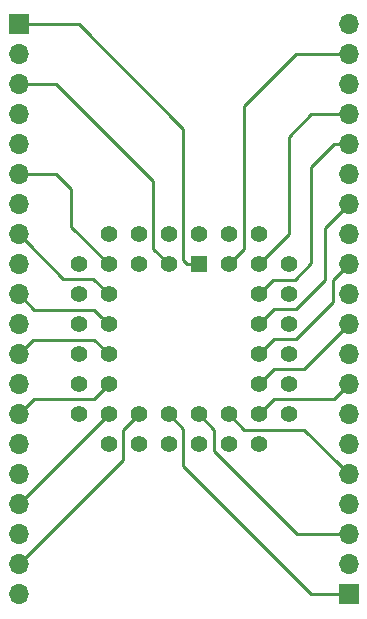
<source format=gbr>
G04 #@! TF.GenerationSoftware,KiCad,Pcbnew,(5.0.0-3-g5ebb6b6)*
G04 #@! TF.CreationDate,2018-09-23T00:30:24+01:00*
G04 #@! TF.ProjectId,BreadboardAdaptor44PinPLCC,4272656164626F61726441646170746F,rev?*
G04 #@! TF.SameCoordinates,Original*
G04 #@! TF.FileFunction,Copper,L2,Bot,Signal*
G04 #@! TF.FilePolarity,Positive*
%FSLAX46Y46*%
G04 Gerber Fmt 4.6, Leading zero omitted, Abs format (unit mm)*
G04 Created by KiCad (PCBNEW (5.0.0-3-g5ebb6b6)) date Sunday, 23 September 2018 at 00:30:24*
%MOMM*%
%LPD*%
G01*
G04 APERTURE LIST*
G04 #@! TA.AperFunction,ComponentPad*
%ADD10R,1.700000X1.700000*%
G04 #@! TD*
G04 #@! TA.AperFunction,ComponentPad*
%ADD11O,1.700000X1.700000*%
G04 #@! TD*
G04 #@! TA.AperFunction,ComponentPad*
%ADD12R,1.422400X1.422400*%
G04 #@! TD*
G04 #@! TA.AperFunction,ComponentPad*
%ADD13C,1.422400*%
G04 #@! TD*
G04 #@! TA.AperFunction,Conductor*
%ADD14C,0.250000*%
G04 #@! TD*
G04 APERTURE END LIST*
D10*
G04 #@! TO.P,J_1_22_PDIP1,1*
G04 #@! TO.N,Net-(J_1_22_PDIP1-Pad1)*
X158750000Y-77470000D03*
D11*
G04 #@! TO.P,J_1_22_PDIP1,2*
G04 #@! TO.N,Net-(J_1_22_PDIP1-Pad2)*
X158750000Y-80010000D03*
G04 #@! TO.P,J_1_22_PDIP1,3*
G04 #@! TO.N,Net-(J_1_22_PDIP1-Pad3)*
X158750000Y-82550000D03*
G04 #@! TO.P,J_1_22_PDIP1,4*
G04 #@! TO.N,Net-(J_1_22_PDIP1-Pad4)*
X158750000Y-85090000D03*
G04 #@! TO.P,J_1_22_PDIP1,5*
G04 #@! TO.N,Net-(J_1_22_PDIP1-Pad5)*
X158750000Y-87630000D03*
G04 #@! TO.P,J_1_22_PDIP1,6*
G04 #@! TO.N,Net-(J_1_22_PDIP1-Pad6)*
X158750000Y-90170000D03*
G04 #@! TO.P,J_1_22_PDIP1,7*
G04 #@! TO.N,Net-(J_1_22_PDIP1-Pad7)*
X158750000Y-92710000D03*
G04 #@! TO.P,J_1_22_PDIP1,8*
G04 #@! TO.N,Net-(J_1_22_PDIP1-Pad8)*
X158750000Y-95250000D03*
G04 #@! TO.P,J_1_22_PDIP1,9*
G04 #@! TO.N,Net-(J_1_22_PDIP1-Pad9)*
X158750000Y-97790000D03*
G04 #@! TO.P,J_1_22_PDIP1,10*
G04 #@! TO.N,Net-(J_1_22_PDIP1-Pad10)*
X158750000Y-100330000D03*
G04 #@! TO.P,J_1_22_PDIP1,11*
G04 #@! TO.N,Net-(J_1_22_PDIP1-Pad11)*
X158750000Y-102870000D03*
G04 #@! TO.P,J_1_22_PDIP1,12*
G04 #@! TO.N,Net-(J_1_22_PDIP1-Pad12)*
X158750000Y-105410000D03*
G04 #@! TO.P,J_1_22_PDIP1,13*
G04 #@! TO.N,Net-(J_1_22_PDIP1-Pad13)*
X158750000Y-107950000D03*
G04 #@! TO.P,J_1_22_PDIP1,14*
G04 #@! TO.N,Net-(J_1_22_PDIP1-Pad14)*
X158750000Y-110490000D03*
G04 #@! TO.P,J_1_22_PDIP1,15*
G04 #@! TO.N,Net-(J_1_22_PDIP1-Pad15)*
X158750000Y-113030000D03*
G04 #@! TO.P,J_1_22_PDIP1,16*
G04 #@! TO.N,Net-(J_1_22_PDIP1-Pad16)*
X158750000Y-115570000D03*
G04 #@! TO.P,J_1_22_PDIP1,17*
G04 #@! TO.N,Net-(J_1_22_PDIP1-Pad17)*
X158750000Y-118110000D03*
G04 #@! TO.P,J_1_22_PDIP1,18*
G04 #@! TO.N,Net-(J_1_22_PDIP1-Pad18)*
X158750000Y-120650000D03*
G04 #@! TO.P,J_1_22_PDIP1,19*
G04 #@! TO.N,Net-(J_1_22_PDIP1-Pad19)*
X158750000Y-123190000D03*
G04 #@! TO.P,J_1_22_PDIP1,20*
G04 #@! TO.N,Net-(J_1_22_PDIP1-Pad20)*
X158750000Y-125730000D03*
G04 #@! TD*
G04 #@! TO.P,J_23_44_PDIP2,20*
G04 #@! TO.N,Net-(J_23_44_PDIP2-Pad20)*
X186690000Y-77470000D03*
G04 #@! TO.P,J_23_44_PDIP2,19*
G04 #@! TO.N,Net-(J_23_44_PDIP2-Pad19)*
X186690000Y-80010000D03*
G04 #@! TO.P,J_23_44_PDIP2,18*
G04 #@! TO.N,Net-(J_23_44_PDIP2-Pad18)*
X186690000Y-82550000D03*
G04 #@! TO.P,J_23_44_PDIP2,17*
G04 #@! TO.N,Net-(J_23_44_PDIP2-Pad17)*
X186690000Y-85090000D03*
G04 #@! TO.P,J_23_44_PDIP2,16*
G04 #@! TO.N,Net-(J_23_44_PDIP2-Pad16)*
X186690000Y-87630000D03*
G04 #@! TO.P,J_23_44_PDIP2,15*
G04 #@! TO.N,Net-(J_23_44_PDIP2-Pad15)*
X186690000Y-90170000D03*
G04 #@! TO.P,J_23_44_PDIP2,14*
G04 #@! TO.N,Net-(J_23_44_PDIP2-Pad14)*
X186690000Y-92710000D03*
G04 #@! TO.P,J_23_44_PDIP2,13*
G04 #@! TO.N,Net-(J_23_44_PDIP2-Pad13)*
X186690000Y-95250000D03*
G04 #@! TO.P,J_23_44_PDIP2,12*
G04 #@! TO.N,Net-(J_23_44_PDIP2-Pad12)*
X186690000Y-97790000D03*
G04 #@! TO.P,J_23_44_PDIP2,11*
G04 #@! TO.N,Net-(J_23_44_PDIP2-Pad11)*
X186690000Y-100330000D03*
G04 #@! TO.P,J_23_44_PDIP2,10*
G04 #@! TO.N,Net-(J_23_44_PDIP2-Pad10)*
X186690000Y-102870000D03*
G04 #@! TO.P,J_23_44_PDIP2,9*
G04 #@! TO.N,Net-(J_23_44_PDIP2-Pad9)*
X186690000Y-105410000D03*
G04 #@! TO.P,J_23_44_PDIP2,8*
G04 #@! TO.N,Net-(J_23_44_PDIP2-Pad8)*
X186690000Y-107950000D03*
G04 #@! TO.P,J_23_44_PDIP2,7*
G04 #@! TO.N,Net-(J_23_44_PDIP2-Pad7)*
X186690000Y-110490000D03*
G04 #@! TO.P,J_23_44_PDIP2,6*
G04 #@! TO.N,Net-(J_23_44_PDIP2-Pad6)*
X186690000Y-113030000D03*
G04 #@! TO.P,J_23_44_PDIP2,5*
G04 #@! TO.N,Net-(J_23_44_PDIP2-Pad5)*
X186690000Y-115570000D03*
G04 #@! TO.P,J_23_44_PDIP2,4*
G04 #@! TO.N,Net-(J_23_44_PDIP2-Pad4)*
X186690000Y-118110000D03*
G04 #@! TO.P,J_23_44_PDIP2,3*
G04 #@! TO.N,Net-(J_23_44_PDIP2-Pad3)*
X186690000Y-120650000D03*
G04 #@! TO.P,J_23_44_PDIP2,2*
G04 #@! TO.N,Net-(J_23_44_PDIP2-Pad2)*
X186690000Y-123190000D03*
D10*
G04 #@! TO.P,J_23_44_PDIP2,1*
G04 #@! TO.N,Net-(J_23_44_PDIP2-Pad1)*
X186690000Y-125730000D03*
G04 #@! TD*
D12*
G04 #@! TO.P,U_PLCC1,1*
G04 #@! TO.N,Net-(J_1_22_PDIP1-Pad1)*
X173990000Y-97790000D03*
D13*
G04 #@! TO.P,U_PLCC1,3*
G04 #@! TO.N,Net-(J_1_22_PDIP1-Pad3)*
X171450000Y-97790000D03*
G04 #@! TO.P,U_PLCC1,5*
G04 #@! TO.N,N/C*
X168910000Y-97790000D03*
G04 #@! TO.P,U_PLCC1,43*
G04 #@! TO.N,Net-(J_23_44_PDIP2-Pad19)*
X176530000Y-97790000D03*
G04 #@! TO.P,U_PLCC1,41*
G04 #@! TO.N,Net-(J_23_44_PDIP2-Pad17)*
X179070000Y-97790000D03*
G04 #@! TO.P,U_PLCC1,2*
G04 #@! TO.N,Net-(J_1_22_PDIP1-Pad2)*
X171450000Y-95250000D03*
G04 #@! TO.P,U_PLCC1,4*
G04 #@! TO.N,Net-(J_1_22_PDIP1-Pad4)*
X168910000Y-95250000D03*
G04 #@! TO.P,U_PLCC1,6*
G04 #@! TO.N,N/C*
X166370000Y-95250000D03*
G04 #@! TO.P,U_PLCC1,44*
G04 #@! TO.N,Net-(J_23_44_PDIP2-Pad20)*
X173990000Y-95250000D03*
G04 #@! TO.P,U_PLCC1,42*
G04 #@! TO.N,Net-(J_23_44_PDIP2-Pad18)*
X176530000Y-95250000D03*
G04 #@! TO.P,U_PLCC1,8*
G04 #@! TO.N,Net-(J_1_22_PDIP1-Pad6)*
X166370000Y-97790000D03*
G04 #@! TO.P,U_PLCC1,10*
G04 #@! TO.N,Net-(J_1_22_PDIP1-Pad8)*
X166370000Y-100330000D03*
G04 #@! TO.P,U_PLCC1,12*
G04 #@! TO.N,Net-(J_1_22_PDIP1-Pad10)*
X166370000Y-102870000D03*
G04 #@! TO.P,U_PLCC1,14*
G04 #@! TO.N,Net-(J_1_22_PDIP1-Pad12)*
X166370000Y-105410000D03*
G04 #@! TO.P,U_PLCC1,16*
G04 #@! TO.N,Net-(J_1_22_PDIP1-Pad14)*
X166370000Y-107950000D03*
G04 #@! TO.P,U_PLCC1,7*
G04 #@! TO.N,Net-(J_1_22_PDIP1-Pad5)*
X163830000Y-97790000D03*
G04 #@! TO.P,U_PLCC1,9*
G04 #@! TO.N,Net-(J_1_22_PDIP1-Pad7)*
X163830000Y-100330000D03*
G04 #@! TO.P,U_PLCC1,11*
G04 #@! TO.N,Net-(J_1_22_PDIP1-Pad9)*
X163830000Y-102870000D03*
G04 #@! TO.P,U_PLCC1,13*
G04 #@! TO.N,Net-(J_1_22_PDIP1-Pad11)*
X163830000Y-105410000D03*
G04 #@! TO.P,U_PLCC1,15*
G04 #@! TO.N,Net-(J_1_22_PDIP1-Pad13)*
X163830000Y-107950000D03*
G04 #@! TO.P,U_PLCC1,17*
G04 #@! TO.N,Net-(J_1_22_PDIP1-Pad15)*
X163830000Y-110490000D03*
G04 #@! TO.P,U_PLCC1,19*
G04 #@! TO.N,Net-(J_1_22_PDIP1-Pad17)*
X166370000Y-110490000D03*
G04 #@! TO.P,U_PLCC1,21*
G04 #@! TO.N,Net-(J_1_22_PDIP1-Pad19)*
X168910000Y-110490000D03*
G04 #@! TO.P,U_PLCC1,23*
G04 #@! TO.N,Net-(J_23_44_PDIP2-Pad1)*
X171450000Y-110490000D03*
G04 #@! TO.P,U_PLCC1,25*
G04 #@! TO.N,Net-(J_23_44_PDIP2-Pad3)*
X173990000Y-110490000D03*
G04 #@! TO.P,U_PLCC1,27*
G04 #@! TO.N,Net-(J_23_44_PDIP2-Pad5)*
X176530000Y-110490000D03*
G04 #@! TO.P,U_PLCC1,29*
G04 #@! TO.N,Net-(J_23_44_PDIP2-Pad7)*
X181610000Y-110490000D03*
G04 #@! TO.P,U_PLCC1,18*
G04 #@! TO.N,Net-(J_1_22_PDIP1-Pad16)*
X166370000Y-113030000D03*
G04 #@! TO.P,U_PLCC1,20*
G04 #@! TO.N,Net-(J_1_22_PDIP1-Pad18)*
X168910000Y-113030000D03*
G04 #@! TO.P,U_PLCC1,22*
G04 #@! TO.N,Net-(J_1_22_PDIP1-Pad20)*
X171450000Y-113030000D03*
G04 #@! TO.P,U_PLCC1,24*
G04 #@! TO.N,Net-(J_23_44_PDIP2-Pad2)*
X173990000Y-113030000D03*
G04 #@! TO.P,U_PLCC1,26*
G04 #@! TO.N,Net-(J_23_44_PDIP2-Pad4)*
X176530000Y-113030000D03*
G04 #@! TO.P,U_PLCC1,28*
G04 #@! TO.N,Net-(J_23_44_PDIP2-Pad6)*
X179070000Y-113030000D03*
G04 #@! TO.P,U_PLCC1,30*
G04 #@! TO.N,Net-(J_23_44_PDIP2-Pad8)*
X179070000Y-110490000D03*
G04 #@! TO.P,U_PLCC1,32*
G04 #@! TO.N,Net-(J_23_44_PDIP2-Pad10)*
X179070000Y-107950000D03*
G04 #@! TO.P,U_PLCC1,34*
G04 #@! TO.N,Net-(J_23_44_PDIP2-Pad12)*
X179070000Y-105410000D03*
G04 #@! TO.P,U_PLCC1,36*
G04 #@! TO.N,Net-(J_23_44_PDIP2-Pad14)*
X179070000Y-102870000D03*
G04 #@! TO.P,U_PLCC1,38*
G04 #@! TO.N,Net-(J_23_44_PDIP2-Pad16)*
X179070000Y-100330000D03*
G04 #@! TO.P,U_PLCC1,40*
G04 #@! TO.N,N/C*
X179070000Y-95250000D03*
G04 #@! TO.P,U_PLCC1,31*
G04 #@! TO.N,Net-(J_23_44_PDIP2-Pad9)*
X181610000Y-107950000D03*
G04 #@! TO.P,U_PLCC1,33*
G04 #@! TO.N,Net-(J_23_44_PDIP2-Pad11)*
X181610000Y-105410000D03*
G04 #@! TO.P,U_PLCC1,35*
G04 #@! TO.N,Net-(J_23_44_PDIP2-Pad13)*
X181610000Y-102870000D03*
G04 #@! TO.P,U_PLCC1,37*
G04 #@! TO.N,Net-(J_23_44_PDIP2-Pad15)*
X181610000Y-100330000D03*
G04 #@! TO.P,U_PLCC1,39*
G04 #@! TO.N,N/C*
X181610000Y-97790000D03*
G04 #@! TD*
D14*
G04 #@! TO.N,Net-(J_1_22_PDIP1-Pad1)*
X172686201Y-97447401D02*
X172686201Y-86326201D01*
X173028800Y-97790000D02*
X172686201Y-97447401D01*
X173990000Y-97790000D02*
X173028800Y-97790000D01*
X163830000Y-77470000D02*
X158750000Y-77470000D01*
X172686201Y-86326201D02*
X163830000Y-77470000D01*
G04 #@! TO.N,Net-(J_1_22_PDIP1-Pad3)*
X170146201Y-96486201D02*
X170146201Y-90771201D01*
X171450000Y-97790000D02*
X170146201Y-96486201D01*
X161925000Y-82550000D02*
X158750000Y-82550000D01*
X170146201Y-90771201D02*
X161925000Y-82550000D01*
G04 #@! TO.N,Net-(J_1_22_PDIP1-Pad6)*
X166370000Y-97790000D02*
X163195000Y-94615000D01*
X163195000Y-94615000D02*
X163195000Y-91440000D01*
X161925000Y-90170000D02*
X158750000Y-90170000D01*
X163195000Y-91440000D02*
X161925000Y-90170000D01*
G04 #@! TO.N,Net-(J_1_22_PDIP1-Pad8)*
X159599999Y-96099999D02*
X158750000Y-95250000D01*
X162526201Y-99026201D02*
X159599999Y-96099999D01*
X165066201Y-99026201D02*
X162526201Y-99026201D01*
X166370000Y-100330000D02*
X165066201Y-99026201D01*
G04 #@! TO.N,Net-(J_1_22_PDIP1-Pad10)*
X165658801Y-102158801D02*
X166370000Y-102870000D01*
X165133799Y-101633799D02*
X165658801Y-102158801D01*
X160053799Y-101633799D02*
X165133799Y-101633799D01*
X158750000Y-100330000D02*
X160053799Y-101633799D01*
G04 #@! TO.N,Net-(J_1_22_PDIP1-Pad12)*
X159599999Y-104560001D02*
X158750000Y-105410000D01*
X159986201Y-104173799D02*
X159599999Y-104560001D01*
X165133799Y-104173799D02*
X159986201Y-104173799D01*
X166370000Y-105410000D02*
X165133799Y-104173799D01*
G04 #@! TO.N,Net-(J_1_22_PDIP1-Pad14)*
X165658801Y-108661199D02*
X166370000Y-107950000D01*
X160053799Y-109186201D02*
X165133799Y-109186201D01*
X165133799Y-109186201D02*
X165658801Y-108661199D01*
X158750000Y-110490000D02*
X160053799Y-109186201D01*
G04 #@! TO.N,Net-(J_1_22_PDIP1-Pad17)*
X166370000Y-110490000D02*
X158750000Y-118110000D01*
G04 #@! TO.N,Net-(J_1_22_PDIP1-Pad19)*
X168198801Y-111201199D02*
X168910000Y-110490000D01*
X167606201Y-111793799D02*
X168198801Y-111201199D01*
X167606201Y-114333799D02*
X167606201Y-111793799D01*
X158750000Y-123190000D02*
X167606201Y-114333799D01*
G04 #@! TO.N,Net-(J_23_44_PDIP2-Pad19)*
X177833799Y-96486201D02*
X177833799Y-84421201D01*
X176530000Y-97790000D02*
X177833799Y-96486201D01*
X182245000Y-80010000D02*
X186690000Y-80010000D01*
X177833799Y-84421201D02*
X182245000Y-80010000D01*
G04 #@! TO.N,Net-(J_23_44_PDIP2-Pad17)*
X179070000Y-97790000D02*
X181610000Y-95250000D01*
X181610000Y-95250000D02*
X181610000Y-86995000D01*
X183515000Y-85090000D02*
X186690000Y-85090000D01*
X181610000Y-86995000D02*
X183515000Y-85090000D01*
G04 #@! TO.N,Net-(J_23_44_PDIP2-Pad16)*
X182135779Y-99093799D02*
X183515000Y-97714578D01*
X180306201Y-99093799D02*
X182135779Y-99093799D01*
X179070000Y-100330000D02*
X180306201Y-99093799D01*
X183515000Y-97714578D02*
X183515000Y-89535000D01*
X185420000Y-87630000D02*
X186690000Y-87630000D01*
X183515000Y-89535000D02*
X185420000Y-87630000D01*
G04 #@! TO.N,Net-(J_23_44_PDIP2-Pad14)*
X184664989Y-94735011D02*
X185840001Y-93559999D01*
X184664989Y-99104589D02*
X184664989Y-94735011D01*
X182203377Y-101566201D02*
X184664989Y-99104589D01*
X180373799Y-101566201D02*
X182203377Y-101566201D01*
X185840001Y-93559999D02*
X186690000Y-92710000D01*
X179070000Y-102870000D02*
X180373799Y-101566201D01*
G04 #@! TO.N,Net-(J_23_44_PDIP2-Pad12)*
X185840001Y-98639999D02*
X186690000Y-97790000D01*
X185314999Y-99165001D02*
X185840001Y-98639999D01*
X185314999Y-100994579D02*
X185314999Y-99165001D01*
X182203377Y-104106201D02*
X185314999Y-100994579D01*
X180373799Y-104106201D02*
X182203377Y-104106201D01*
X179070000Y-105410000D02*
X180373799Y-104106201D01*
G04 #@! TO.N,Net-(J_23_44_PDIP2-Pad10)*
X185840001Y-103719999D02*
X186690000Y-102870000D01*
X182913799Y-106646201D02*
X185840001Y-103719999D01*
X180373799Y-106646201D02*
X182913799Y-106646201D01*
X179070000Y-107950000D02*
X180373799Y-106646201D01*
G04 #@! TO.N,Net-(J_23_44_PDIP2-Pad8)*
X185840001Y-108799999D02*
X186690000Y-107950000D01*
X185453799Y-109186201D02*
X185840001Y-108799999D01*
X180373799Y-109186201D02*
X185453799Y-109186201D01*
X179070000Y-110490000D02*
X180373799Y-109186201D01*
G04 #@! TO.N,Net-(J_23_44_PDIP2-Pad5)*
X185840001Y-114720001D02*
X186690000Y-115570000D01*
X182913799Y-111793799D02*
X185840001Y-114720001D01*
X177833799Y-111793799D02*
X182913799Y-111793799D01*
X176530000Y-110490000D02*
X177833799Y-111793799D01*
G04 #@! TO.N,Net-(J_23_44_PDIP2-Pad3)*
X185487919Y-120650000D02*
X186690000Y-120650000D01*
X182320422Y-120650000D02*
X185487919Y-120650000D01*
X175293799Y-113623377D02*
X182320422Y-120650000D01*
X175293799Y-111793799D02*
X175293799Y-113623377D01*
X173990000Y-110490000D02*
X175293799Y-111793799D01*
G04 #@! TO.N,Net-(J_23_44_PDIP2-Pad1)*
X172686201Y-111726201D02*
X172686201Y-114901201D01*
X171450000Y-110490000D02*
X172686201Y-111726201D01*
X183515000Y-125730000D02*
X186690000Y-125730000D01*
X172686201Y-114901201D02*
X183515000Y-125730000D01*
G04 #@! TD*
M02*

</source>
